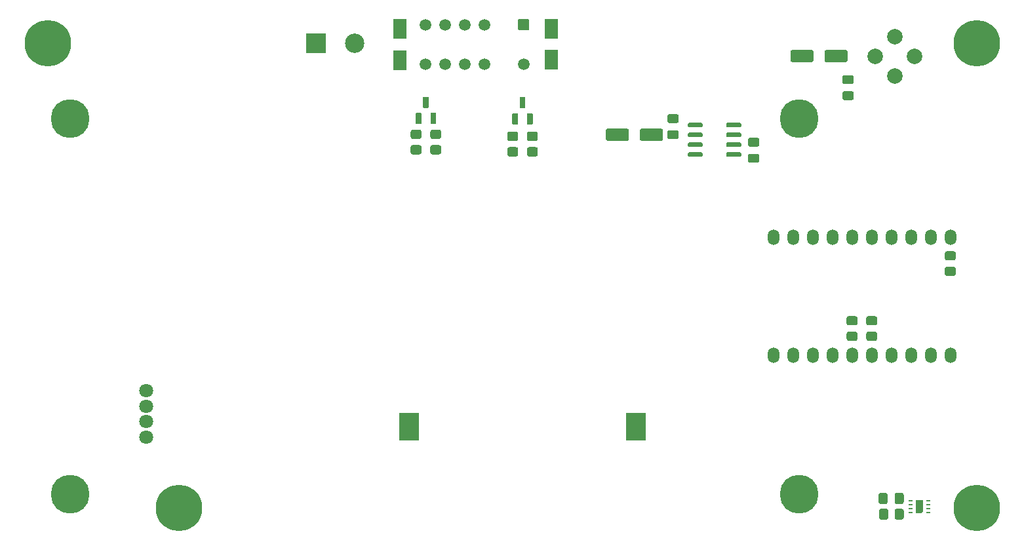
<source format=gts>
G04 #@! TF.GenerationSoftware,KiCad,Pcbnew,(5.1.10)-1*
G04 #@! TF.CreationDate,2021-10-31T21:23:51-04:00*
G04 #@! TF.ProjectId,Hardware-YurtThermostat,48617264-7761-4726-952d-597572745468,rev?*
G04 #@! TF.SameCoordinates,Original*
G04 #@! TF.FileFunction,Soldermask,Top*
G04 #@! TF.FilePolarity,Negative*
%FSLAX46Y46*%
G04 Gerber Fmt 4.6, Leading zero omitted, Abs format (unit mm)*
G04 Created by KiCad (PCBNEW (5.1.10)-1) date 2021-10-31 21:23:51*
%MOMM*%
%LPD*%
G01*
G04 APERTURE LIST*
%ADD10C,5.000000*%
%ADD11R,2.600000X3.600000*%
%ADD12R,1.800000X2.500000*%
%ADD13C,3.400000*%
%ADD14C,6.000000*%
%ADD15C,1.800860*%
%ADD16R,2.500000X2.500000*%
%ADD17C,2.500000*%
%ADD18C,1.500000*%
%ADD19C,2.000000*%
%ADD20O,1.524000X2.000000*%
%ADD21C,0.100000*%
%ADD22R,0.550000X0.250000*%
G04 APERTURE END LIST*
D10*
X97950000Y-113270000D03*
X97950000Y-64730000D03*
X192050000Y-64730000D03*
X192050000Y-113270000D03*
D11*
X141656000Y-104521000D03*
X170956000Y-104521000D03*
G36*
G01*
X197899000Y-61177500D02*
X198849000Y-61177500D01*
G75*
G02*
X199099000Y-61427500I0J-250000D01*
G01*
X199099000Y-62102500D01*
G75*
G02*
X198849000Y-62352500I-250000J0D01*
G01*
X197899000Y-62352500D01*
G75*
G02*
X197649000Y-62102500I0J250000D01*
G01*
X197649000Y-61427500D01*
G75*
G02*
X197899000Y-61177500I250000J0D01*
G01*
G37*
G36*
G01*
X197899000Y-59102500D02*
X198849000Y-59102500D01*
G75*
G02*
X199099000Y-59352500I0J-250000D01*
G01*
X199099000Y-60027500D01*
G75*
G02*
X198849000Y-60277500I-250000J0D01*
G01*
X197899000Y-60277500D01*
G75*
G02*
X197649000Y-60027500I0J250000D01*
G01*
X197649000Y-59352500D01*
G75*
G02*
X197899000Y-59102500I250000J0D01*
G01*
G37*
G36*
G01*
X193930000Y-56090000D02*
X193930000Y-57190000D01*
G75*
G02*
X193680000Y-57440000I-250000J0D01*
G01*
X191180000Y-57440000D01*
G75*
G02*
X190930000Y-57190000I0J250000D01*
G01*
X190930000Y-56090000D01*
G75*
G02*
X191180000Y-55840000I250000J0D01*
G01*
X193680000Y-55840000D01*
G75*
G02*
X193930000Y-56090000I0J-250000D01*
G01*
G37*
G36*
G01*
X198330000Y-56090000D02*
X198330000Y-57190000D01*
G75*
G02*
X198080000Y-57440000I-250000J0D01*
G01*
X195580000Y-57440000D01*
G75*
G02*
X195330000Y-57190000I0J250000D01*
G01*
X195330000Y-56090000D01*
G75*
G02*
X195580000Y-55840000I250000J0D01*
G01*
X198080000Y-55840000D01*
G75*
G02*
X198330000Y-56090000I0J-250000D01*
G01*
G37*
G36*
G01*
X185707000Y-69262500D02*
X186657000Y-69262500D01*
G75*
G02*
X186907000Y-69512500I0J-250000D01*
G01*
X186907000Y-70187500D01*
G75*
G02*
X186657000Y-70437500I-250000J0D01*
G01*
X185707000Y-70437500D01*
G75*
G02*
X185457000Y-70187500I0J250000D01*
G01*
X185457000Y-69512500D01*
G75*
G02*
X185707000Y-69262500I250000J0D01*
G01*
G37*
G36*
G01*
X185707000Y-67187500D02*
X186657000Y-67187500D01*
G75*
G02*
X186907000Y-67437500I0J-250000D01*
G01*
X186907000Y-68112500D01*
G75*
G02*
X186657000Y-68362500I-250000J0D01*
G01*
X185707000Y-68362500D01*
G75*
G02*
X185457000Y-68112500I0J250000D01*
G01*
X185457000Y-67437500D01*
G75*
G02*
X185707000Y-67187500I250000J0D01*
G01*
G37*
G36*
G01*
X174474000Y-66252000D02*
X174474000Y-67352000D01*
G75*
G02*
X174224000Y-67602000I-250000J0D01*
G01*
X171724000Y-67602000D01*
G75*
G02*
X171474000Y-67352000I0J250000D01*
G01*
X171474000Y-66252000D01*
G75*
G02*
X171724000Y-66002000I250000J0D01*
G01*
X174224000Y-66002000D01*
G75*
G02*
X174474000Y-66252000I0J-250000D01*
G01*
G37*
G36*
G01*
X170074000Y-66252000D02*
X170074000Y-67352000D01*
G75*
G02*
X169824000Y-67602000I-250000J0D01*
G01*
X167324000Y-67602000D01*
G75*
G02*
X167074000Y-67352000I0J250000D01*
G01*
X167074000Y-66252000D01*
G75*
G02*
X167324000Y-66002000I250000J0D01*
G01*
X169824000Y-66002000D01*
G75*
G02*
X170074000Y-66252000I0J-250000D01*
G01*
G37*
G36*
G01*
X176243000Y-67389500D02*
X175293000Y-67389500D01*
G75*
G02*
X175043000Y-67139500I0J250000D01*
G01*
X175043000Y-66464500D01*
G75*
G02*
X175293000Y-66214500I250000J0D01*
G01*
X176243000Y-66214500D01*
G75*
G02*
X176493000Y-66464500I0J-250000D01*
G01*
X176493000Y-67139500D01*
G75*
G02*
X176243000Y-67389500I-250000J0D01*
G01*
G37*
G36*
G01*
X176243000Y-65314500D02*
X175293000Y-65314500D01*
G75*
G02*
X175043000Y-65064500I0J250000D01*
G01*
X175043000Y-64389500D01*
G75*
G02*
X175293000Y-64139500I250000J0D01*
G01*
X176243000Y-64139500D01*
G75*
G02*
X176493000Y-64389500I0J-250000D01*
G01*
X176493000Y-65064500D01*
G75*
G02*
X176243000Y-65314500I-250000J0D01*
G01*
G37*
G36*
G01*
X205565500Y-113317000D02*
X205565500Y-114267000D01*
G75*
G02*
X205315500Y-114517000I-250000J0D01*
G01*
X204640500Y-114517000D01*
G75*
G02*
X204390500Y-114267000I0J250000D01*
G01*
X204390500Y-113317000D01*
G75*
G02*
X204640500Y-113067000I250000J0D01*
G01*
X205315500Y-113067000D01*
G75*
G02*
X205565500Y-113317000I0J-250000D01*
G01*
G37*
G36*
G01*
X203490500Y-113317000D02*
X203490500Y-114267000D01*
G75*
G02*
X203240500Y-114517000I-250000J0D01*
G01*
X202565500Y-114517000D01*
G75*
G02*
X202315500Y-114267000I0J250000D01*
G01*
X202315500Y-113317000D01*
G75*
G02*
X202565500Y-113067000I250000J0D01*
G01*
X203240500Y-113067000D01*
G75*
G02*
X203490500Y-113317000I0J-250000D01*
G01*
G37*
D12*
X160020000Y-53086000D03*
X160020000Y-57086000D03*
X140462000Y-57150000D03*
X140462000Y-53150000D03*
D13*
X215000000Y-115000000D03*
D14*
X215000000Y-115000000D03*
X112000000Y-115000000D03*
D13*
X112000000Y-115000000D03*
X215000000Y-55000000D03*
D14*
X215000000Y-55000000D03*
X95000000Y-55000000D03*
D13*
X95000000Y-55000000D03*
D15*
X107696000Y-105869740D03*
X107696000Y-103868220D03*
X107696000Y-101871780D03*
X107696000Y-99870260D03*
D16*
X129620000Y-55000000D03*
D17*
X134620000Y-55000000D03*
D18*
X156464000Y-57658000D03*
X151384000Y-57658000D03*
X148844000Y-57658000D03*
X146304000Y-57658000D03*
X143764000Y-57658000D03*
X143764000Y-52578000D03*
X146304000Y-52578000D03*
X148844000Y-52578000D03*
X151384000Y-52578000D03*
G36*
G01*
X155964500Y-51828000D02*
X156963500Y-51828000D01*
G75*
G02*
X157214000Y-52078500I0J-250500D01*
G01*
X157214000Y-53077500D01*
G75*
G02*
X156963500Y-53328000I-250500J0D01*
G01*
X155964500Y-53328000D01*
G75*
G02*
X155714000Y-53077500I0J250500D01*
G01*
X155714000Y-52078500D01*
G75*
G02*
X155964500Y-51828000I250500J0D01*
G01*
G37*
G36*
G01*
X156634000Y-63378000D02*
X156034000Y-63378000D01*
G75*
G02*
X155964000Y-63308000I0J70000D01*
G01*
X155964000Y-62008000D01*
G75*
G02*
X156034000Y-61938000I70000J0D01*
G01*
X156634000Y-61938000D01*
G75*
G02*
X156704000Y-62008000I0J-70000D01*
G01*
X156704000Y-63308000D01*
G75*
G02*
X156634000Y-63378000I-70000J0D01*
G01*
G37*
G36*
G01*
X157584000Y-65478000D02*
X156984000Y-65478000D01*
G75*
G02*
X156914000Y-65408000I0J70000D01*
G01*
X156914000Y-64108000D01*
G75*
G02*
X156984000Y-64038000I70000J0D01*
G01*
X157584000Y-64038000D01*
G75*
G02*
X157654000Y-64108000I0J-70000D01*
G01*
X157654000Y-65408000D01*
G75*
G02*
X157584000Y-65478000I-70000J0D01*
G01*
G37*
G36*
G01*
X155684000Y-65478000D02*
X155084000Y-65478000D01*
G75*
G02*
X155014000Y-65408000I0J70000D01*
G01*
X155014000Y-64108000D01*
G75*
G02*
X155084000Y-64038000I70000J0D01*
G01*
X155684000Y-64038000D01*
G75*
G02*
X155754000Y-64108000I0J-70000D01*
G01*
X155754000Y-65408000D01*
G75*
G02*
X155684000Y-65478000I-70000J0D01*
G01*
G37*
G36*
G01*
X143212000Y-65444000D02*
X142612000Y-65444000D01*
G75*
G02*
X142542000Y-65374000I0J70000D01*
G01*
X142542000Y-64074000D01*
G75*
G02*
X142612000Y-64004000I70000J0D01*
G01*
X143212000Y-64004000D01*
G75*
G02*
X143282000Y-64074000I0J-70000D01*
G01*
X143282000Y-65374000D01*
G75*
G02*
X143212000Y-65444000I-70000J0D01*
G01*
G37*
G36*
G01*
X145112000Y-65444000D02*
X144512000Y-65444000D01*
G75*
G02*
X144442000Y-65374000I0J70000D01*
G01*
X144442000Y-64074000D01*
G75*
G02*
X144512000Y-64004000I70000J0D01*
G01*
X145112000Y-64004000D01*
G75*
G02*
X145182000Y-64074000I0J-70000D01*
G01*
X145182000Y-65374000D01*
G75*
G02*
X145112000Y-65444000I-70000J0D01*
G01*
G37*
G36*
G01*
X144162000Y-63344000D02*
X143562000Y-63344000D01*
G75*
G02*
X143492000Y-63274000I0J70000D01*
G01*
X143492000Y-61974000D01*
G75*
G02*
X143562000Y-61904000I70000J0D01*
G01*
X144162000Y-61904000D01*
G75*
G02*
X144232000Y-61974000I0J-70000D01*
G01*
X144232000Y-63274000D01*
G75*
G02*
X144162000Y-63344000I-70000J0D01*
G01*
G37*
G36*
G01*
X200983999Y-92237000D02*
X201884001Y-92237000D01*
G75*
G02*
X202134000Y-92486999I0J-249999D01*
G01*
X202134000Y-93187001D01*
G75*
G02*
X201884001Y-93437000I-249999J0D01*
G01*
X200983999Y-93437000D01*
G75*
G02*
X200734000Y-93187001I0J249999D01*
G01*
X200734000Y-92486999D01*
G75*
G02*
X200983999Y-92237000I249999J0D01*
G01*
G37*
G36*
G01*
X200983999Y-90237000D02*
X201884001Y-90237000D01*
G75*
G02*
X202134000Y-90486999I0J-249999D01*
G01*
X202134000Y-91187001D01*
G75*
G02*
X201884001Y-91437000I-249999J0D01*
G01*
X200983999Y-91437000D01*
G75*
G02*
X200734000Y-91187001I0J249999D01*
G01*
X200734000Y-90486999D01*
G75*
G02*
X200983999Y-90237000I249999J0D01*
G01*
G37*
G36*
G01*
X198443999Y-90237000D02*
X199344001Y-90237000D01*
G75*
G02*
X199594000Y-90486999I0J-249999D01*
G01*
X199594000Y-91187001D01*
G75*
G02*
X199344001Y-91437000I-249999J0D01*
G01*
X198443999Y-91437000D01*
G75*
G02*
X198194000Y-91187001I0J249999D01*
G01*
X198194000Y-90486999D01*
G75*
G02*
X198443999Y-90237000I249999J0D01*
G01*
G37*
G36*
G01*
X198443999Y-92237000D02*
X199344001Y-92237000D01*
G75*
G02*
X199594000Y-92486999I0J-249999D01*
G01*
X199594000Y-93187001D01*
G75*
G02*
X199344001Y-93437000I-249999J0D01*
G01*
X198443999Y-93437000D01*
G75*
G02*
X198194000Y-93187001I0J249999D01*
G01*
X198194000Y-92486999D01*
G75*
G02*
X198443999Y-92237000I249999J0D01*
G01*
G37*
G36*
G01*
X212032001Y-85055000D02*
X211131999Y-85055000D01*
G75*
G02*
X210882000Y-84805001I0J249999D01*
G01*
X210882000Y-84104999D01*
G75*
G02*
X211131999Y-83855000I249999J0D01*
G01*
X212032001Y-83855000D01*
G75*
G02*
X212282000Y-84104999I0J-249999D01*
G01*
X212282000Y-84805001D01*
G75*
G02*
X212032001Y-85055000I-249999J0D01*
G01*
G37*
G36*
G01*
X212032001Y-83055000D02*
X211131999Y-83055000D01*
G75*
G02*
X210882000Y-82805001I0J249999D01*
G01*
X210882000Y-82104999D01*
G75*
G02*
X211131999Y-81855000I249999J0D01*
G01*
X212032001Y-81855000D01*
G75*
G02*
X212282000Y-82104999I0J-249999D01*
G01*
X212282000Y-82805001D01*
G75*
G02*
X212032001Y-83055000I-249999J0D01*
G01*
G37*
G36*
G01*
X204378000Y-116274001D02*
X204378000Y-115373999D01*
G75*
G02*
X204627999Y-115124000I249999J0D01*
G01*
X205328001Y-115124000D01*
G75*
G02*
X205578000Y-115373999I0J-249999D01*
G01*
X205578000Y-116274001D01*
G75*
G02*
X205328001Y-116524000I-249999J0D01*
G01*
X204627999Y-116524000D01*
G75*
G02*
X204378000Y-116274001I0J249999D01*
G01*
G37*
G36*
G01*
X202378000Y-116274001D02*
X202378000Y-115373999D01*
G75*
G02*
X202627999Y-115124000I249999J0D01*
G01*
X203328001Y-115124000D01*
G75*
G02*
X203578000Y-115373999I0J-249999D01*
G01*
X203578000Y-116274001D01*
G75*
G02*
X203328001Y-116524000I-249999J0D01*
G01*
X202627999Y-116524000D01*
G75*
G02*
X202378000Y-116274001I0J249999D01*
G01*
G37*
G36*
G01*
X157153999Y-68408000D02*
X158054001Y-68408000D01*
G75*
G02*
X158304000Y-68657999I0J-249999D01*
G01*
X158304000Y-69358001D01*
G75*
G02*
X158054001Y-69608000I-249999J0D01*
G01*
X157153999Y-69608000D01*
G75*
G02*
X156904000Y-69358001I0J249999D01*
G01*
X156904000Y-68657999D01*
G75*
G02*
X157153999Y-68408000I249999J0D01*
G01*
G37*
G36*
G01*
X157153999Y-66408000D02*
X158054001Y-66408000D01*
G75*
G02*
X158304000Y-66657999I0J-249999D01*
G01*
X158304000Y-67358001D01*
G75*
G02*
X158054001Y-67608000I-249999J0D01*
G01*
X157153999Y-67608000D01*
G75*
G02*
X156904000Y-67358001I0J249999D01*
G01*
X156904000Y-66657999D01*
G75*
G02*
X157153999Y-66408000I249999J0D01*
G01*
G37*
G36*
G01*
X144681999Y-66154000D02*
X145582001Y-66154000D01*
G75*
G02*
X145832000Y-66403999I0J-249999D01*
G01*
X145832000Y-67104001D01*
G75*
G02*
X145582001Y-67354000I-249999J0D01*
G01*
X144681999Y-67354000D01*
G75*
G02*
X144432000Y-67104001I0J249999D01*
G01*
X144432000Y-66403999D01*
G75*
G02*
X144681999Y-66154000I249999J0D01*
G01*
G37*
G36*
G01*
X144681999Y-68154000D02*
X145582001Y-68154000D01*
G75*
G02*
X145832000Y-68403999I0J-249999D01*
G01*
X145832000Y-69104001D01*
G75*
G02*
X145582001Y-69354000I-249999J0D01*
G01*
X144681999Y-69354000D01*
G75*
G02*
X144432000Y-69104001I0J249999D01*
G01*
X144432000Y-68403999D01*
G75*
G02*
X144681999Y-68154000I249999J0D01*
G01*
G37*
G36*
G01*
X154613999Y-66408000D02*
X155514001Y-66408000D01*
G75*
G02*
X155764000Y-66657999I0J-249999D01*
G01*
X155764000Y-67358001D01*
G75*
G02*
X155514001Y-67608000I-249999J0D01*
G01*
X154613999Y-67608000D01*
G75*
G02*
X154364000Y-67358001I0J249999D01*
G01*
X154364000Y-66657999D01*
G75*
G02*
X154613999Y-66408000I249999J0D01*
G01*
G37*
G36*
G01*
X154613999Y-68408000D02*
X155514001Y-68408000D01*
G75*
G02*
X155764000Y-68657999I0J-249999D01*
G01*
X155764000Y-69358001D01*
G75*
G02*
X155514001Y-69608000I-249999J0D01*
G01*
X154613999Y-69608000D01*
G75*
G02*
X154364000Y-69358001I0J249999D01*
G01*
X154364000Y-68657999D01*
G75*
G02*
X154613999Y-68408000I249999J0D01*
G01*
G37*
G36*
G01*
X142141999Y-68154000D02*
X143042001Y-68154000D01*
G75*
G02*
X143292000Y-68403999I0J-249999D01*
G01*
X143292000Y-69104001D01*
G75*
G02*
X143042001Y-69354000I-249999J0D01*
G01*
X142141999Y-69354000D01*
G75*
G02*
X141892000Y-69104001I0J249999D01*
G01*
X141892000Y-68403999D01*
G75*
G02*
X142141999Y-68154000I249999J0D01*
G01*
G37*
G36*
G01*
X142141999Y-66154000D02*
X143042001Y-66154000D01*
G75*
G02*
X143292000Y-66403999I0J-249999D01*
G01*
X143292000Y-67104001D01*
G75*
G02*
X143042001Y-67354000I-249999J0D01*
G01*
X142141999Y-67354000D01*
G75*
G02*
X141892000Y-67104001I0J249999D01*
G01*
X141892000Y-66403999D01*
G75*
G02*
X142141999Y-66154000I249999J0D01*
G01*
G37*
D19*
X204450000Y-54100000D03*
X206990000Y-56640000D03*
X201910000Y-56640000D03*
X204450000Y-59180000D03*
D20*
X211594000Y-80021000D03*
X209054000Y-80021000D03*
X206514000Y-80021000D03*
X203974000Y-80021000D03*
X201434000Y-80021000D03*
X198894000Y-80021000D03*
X196354000Y-80021000D03*
X193814000Y-80021000D03*
X191274000Y-80021000D03*
X188734000Y-80021000D03*
X188734000Y-95261000D03*
X191274000Y-95261000D03*
X193814000Y-95261000D03*
X196354000Y-95261000D03*
X198894000Y-95261000D03*
X201434000Y-95261000D03*
X203974000Y-95261000D03*
X206514000Y-95261000D03*
X209054000Y-95261000D03*
X211594000Y-95261000D03*
G36*
G01*
X177668000Y-65713000D02*
X177668000Y-65413000D01*
G75*
G02*
X177818000Y-65263000I150000J0D01*
G01*
X179468000Y-65263000D01*
G75*
G02*
X179618000Y-65413000I0J-150000D01*
G01*
X179618000Y-65713000D01*
G75*
G02*
X179468000Y-65863000I-150000J0D01*
G01*
X177818000Y-65863000D01*
G75*
G02*
X177668000Y-65713000I0J150000D01*
G01*
G37*
G36*
G01*
X177668000Y-66983000D02*
X177668000Y-66683000D01*
G75*
G02*
X177818000Y-66533000I150000J0D01*
G01*
X179468000Y-66533000D01*
G75*
G02*
X179618000Y-66683000I0J-150000D01*
G01*
X179618000Y-66983000D01*
G75*
G02*
X179468000Y-67133000I-150000J0D01*
G01*
X177818000Y-67133000D01*
G75*
G02*
X177668000Y-66983000I0J150000D01*
G01*
G37*
G36*
G01*
X177668000Y-68253000D02*
X177668000Y-67953000D01*
G75*
G02*
X177818000Y-67803000I150000J0D01*
G01*
X179468000Y-67803000D01*
G75*
G02*
X179618000Y-67953000I0J-150000D01*
G01*
X179618000Y-68253000D01*
G75*
G02*
X179468000Y-68403000I-150000J0D01*
G01*
X177818000Y-68403000D01*
G75*
G02*
X177668000Y-68253000I0J150000D01*
G01*
G37*
G36*
G01*
X177668000Y-69523000D02*
X177668000Y-69223000D01*
G75*
G02*
X177818000Y-69073000I150000J0D01*
G01*
X179468000Y-69073000D01*
G75*
G02*
X179618000Y-69223000I0J-150000D01*
G01*
X179618000Y-69523000D01*
G75*
G02*
X179468000Y-69673000I-150000J0D01*
G01*
X177818000Y-69673000D01*
G75*
G02*
X177668000Y-69523000I0J150000D01*
G01*
G37*
G36*
G01*
X182618000Y-69523000D02*
X182618000Y-69223000D01*
G75*
G02*
X182768000Y-69073000I150000J0D01*
G01*
X184418000Y-69073000D01*
G75*
G02*
X184568000Y-69223000I0J-150000D01*
G01*
X184568000Y-69523000D01*
G75*
G02*
X184418000Y-69673000I-150000J0D01*
G01*
X182768000Y-69673000D01*
G75*
G02*
X182618000Y-69523000I0J150000D01*
G01*
G37*
G36*
G01*
X182618000Y-68253000D02*
X182618000Y-67953000D01*
G75*
G02*
X182768000Y-67803000I150000J0D01*
G01*
X184418000Y-67803000D01*
G75*
G02*
X184568000Y-67953000I0J-150000D01*
G01*
X184568000Y-68253000D01*
G75*
G02*
X184418000Y-68403000I-150000J0D01*
G01*
X182768000Y-68403000D01*
G75*
G02*
X182618000Y-68253000I0J150000D01*
G01*
G37*
G36*
G01*
X182618000Y-66983000D02*
X182618000Y-66683000D01*
G75*
G02*
X182768000Y-66533000I150000J0D01*
G01*
X184418000Y-66533000D01*
G75*
G02*
X184568000Y-66683000I0J-150000D01*
G01*
X184568000Y-66983000D01*
G75*
G02*
X184418000Y-67133000I-150000J0D01*
G01*
X182768000Y-67133000D01*
G75*
G02*
X182618000Y-66983000I0J150000D01*
G01*
G37*
G36*
G01*
X182618000Y-65713000D02*
X182618000Y-65413000D01*
G75*
G02*
X182768000Y-65263000I150000J0D01*
G01*
X184418000Y-65263000D01*
G75*
G02*
X184568000Y-65413000I0J-150000D01*
G01*
X184568000Y-65713000D01*
G75*
G02*
X184418000Y-65863000I-150000J0D01*
G01*
X182768000Y-65863000D01*
G75*
G02*
X182618000Y-65713000I0J150000D01*
G01*
G37*
D21*
G36*
X207088000Y-114008000D02*
G01*
X208088000Y-114008000D01*
X208088000Y-115408000D01*
X207788000Y-115708000D01*
X207088000Y-115708000D01*
X207088000Y-114008000D01*
G37*
D22*
X206413000Y-115608000D03*
X206413000Y-115108000D03*
X206413000Y-114608000D03*
X206413000Y-114108000D03*
X208763000Y-114108000D03*
X208763000Y-114608000D03*
X208763000Y-115108000D03*
X208763000Y-115608000D03*
M02*

</source>
